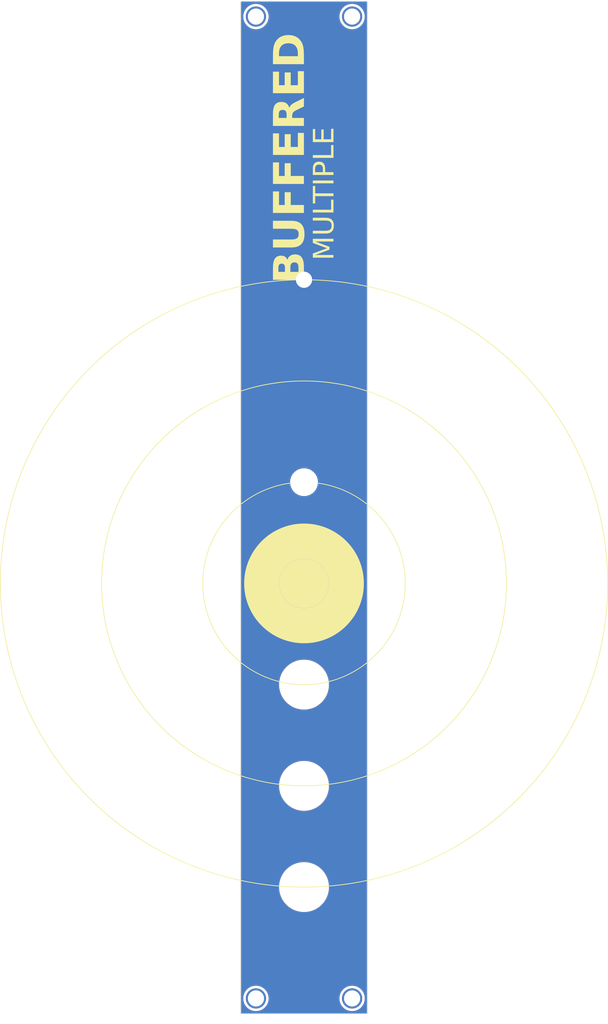
<source format=kicad_pcb>
(kicad_pcb (version 20241229) (generator "pcbnew") (generator_version "9.0")
  (layers (0 "F.Cu" signal) (2 "B.Cu" signal) (13 "F.Paste" user) (15 "B.Paste" user) (5 "F.SilkS" user "F.Silkscreen") (7 "B.SilkS" user "B.Silkscreen") (1 "F.Mask" user) (3 "B.Mask" user) (25 "Edge.Cuts" user))
  (net 0 "")
  (net 1 "GND")
  (footprint "Kosmo_panel:Kosmo_Panel_Mounting_Hole" (layer "F.Cu") (at 88.1 60.6)
    (property "Reference" "REF**" (hide yes))
    (property "Value" "Kosmo_Panel_Mounting_Hole")
    (pad "1" thru_hole circle (at 0 0) (size 4 4) (drill 3.2) (layers "*.Cu" "*.Mask"))
  )
  (footprint "Kosmo_panel:Kosmo_Jack_Hole" (layer "F.Cu") (at 78.6 192.6)
    (property "Reference" "H4" (hide yes))
    (property "Value" "Jack_Hole")
    (fp_circle (center 0 0) (end 4.9 0) (stroke (width 0.05)) (fill no) (layer "Edge.Cuts"))
    (pad "1" smd custom (at -6.1 0) (size 0.5 0.5) (layers "F.Cu" "F.Mask" "F.Paste") (net 1 "GND") (options (clearance outline) (anchor circle)) (primitives (gr_circle (center 6.1 0) (end 12.2 0) (width 1.9) (fill no))))
    (pad "1" smd custom (at -6.1 0) (size 0.5 0.5) (layers "B.Cu" "B.Mask" "B.Paste") (net 1 "GND") (options (clearance outline) (anchor circle)) (primitives (gr_circle (center 6.1 0) (end 12.2 0) (width 1.9) (fill no))))
  )
  (footprint "Kosmo_panel:Kosmo_Panel_Mounting_Hole" (layer "F.Cu") (at 69.1 60.6)
    (property "Reference" "REF**" (hide yes))
    (property "Value" "Kosmo_Panel_Mounting_Hole")
    (pad "1" thru_hole circle (at 0 0) (size 4 4) (drill 3.2) (layers "*.Cu" "*.Mask"))
  )
  (footprint "Kosmo_panel:Kosmo_Panel_Mounting_Hole" (layer "F.Cu") (at 69.1 254.6)
    (property "Reference" "REF**" (hide yes))
    (property "Value" "Kosmo_Panel_Mounting_Hole")
    (pad "1" thru_hole circle (at 0 0) (size 4 4) (drill 3.2) (layers "*.Cu" "*.Mask"))
  )
  (footprint "Kosmo_panel:Kosmo_Jack_Hole" (layer "F.Cu") (at 78.6 172.6)
    (property "Reference" "H4" (hide yes))
    (property "Value" "Jack_Hole")
    (fp_circle (center 0 0) (end 4.9 0) (stroke (width 0.05)) (fill no) (layer "Edge.Cuts"))
    (pad "1" smd custom (at -6.1 0) (size 0.5 0.5) (layers "F.Cu" "F.Mask" "F.Paste") (options (clearance outline) (anchor circle)) (primitives (gr_circle (center 6.1 0) (end 12.2 0) (width 1.9) (fill no))))
    (pad "1" smd custom (at -6.1 0) (size 0.5 0.5) (layers "B.Cu" "B.Mask" "B.Paste") (options (clearance outline) (anchor circle)) (primitives (gr_circle (center 6.1 0) (end 12.2 0) (width 1.9) (fill no))))
  )
  (footprint "Kosmo_panel:Kosmo_Panel_Mounting_Hole" (layer "F.Cu") (at 88.1 254.6)
    (property "Reference" "REF**" (hide yes))
    (property "Value" "Kosmo_Panel_Mounting_Hole")
    (pad "1" thru_hole circle (at 0 0) (size 4 4) (drill 3.2) (layers "*.Cu" "*.Mask"))
  )
  (footprint "Kosmo_panel:Kosmo_Jack_Hole" (layer "F.Cu") (at 78.6 212.6)
    (property "Reference" "H4" (hide yes))
    (property "Value" "Jack_Hole")
    (fp_circle (center 0 0) (end 4.9 0) (stroke (width 0.05)) (fill no) (layer "Edge.Cuts"))
    (pad "1" smd custom (at -6.1 0) (size 0.5 0.5) (layers "F.Cu" "F.Mask" "F.Paste") (net 1 "GND") (options (clearance outline) (anchor circle)) (primitives (gr_circle (center 6.1 0) (end 12.2 0) (width 1.9) (fill no))))
    (pad "1" smd custom (at -6.1 0) (size 0.5 0.5) (layers "B.Cu" "B.Mask" "B.Paste") (net 1 "GND") (options (clearance outline) (anchor circle)) (primitives (gr_circle (center 6.1 0) (end 12.2 0) (width 1.9) (fill no))))
  )
  (footprint "Kosmo_panel:Kosmo_LED_Hole" (layer "F.Cu") (at 78.6 152.6)
    (property "Reference" "H9" (hide yes))
    (property "Value" "Led_Hole")
    (pad "" np_thru_hole circle (at 0 0) (size 5 5) (drill 5) (layers "*.Cu" "*.Mask"))
  )
  (footprint "Kosmo_panel:Kosmo_Panel_Mounting_Hole" (layer "F.Cu") (at 78.6 112.6)
    (property "Reference" "REF**" (hide yes))
    (property "Value" "Kosmo_Panel_Mounting_Hole")
    (pad "1" thru_hole circle (at 0 0) (size 4 4) (drill 3.2) (layers "*.Cu" "*.Mask"))
  )
  (footprint "Kosmo_panel:Kosmo_Jack_Hole" (layer "F.Cu") (at 78.6 232.6)
    (property "Reference" "H4" (hide yes))
    (property "Value" "Jack_Hole")
    (fp_circle (center 0 0) (end 4.9 0) (stroke (width 0.05)) (fill no) (layer "Edge.Cuts"))
    (pad "1" smd custom (at -6.1 0) (size 0.5 0.5) (layers "F.Cu" "F.Mask" "F.Paste") (net 1 "GND") (options (clearance outline) (anchor circle)) (primitives (gr_circle (center 6.1 0) (end 12.2 0) (width 1.9) (fill no))))
    (pad "1" smd custom (at -6.1 0) (size 0.5 0.5) (layers "B.Cu" "B.Mask" "B.Paste") (net 1 "GND") (options (clearance outline) (anchor circle)) (primitives (gr_circle (center 6.1 0) (end 12.2 0) (width 1.9) (fill no))))
  )
  (gr_circle (center 78.6 172.6) (end 78.6 232.6) (stroke (width 0.15)) (fill no) (layer "F.SilkS"))
  (gr_circle (center 78.6 172.6) (end 78.6 212.6) (stroke (width 0.15)) (fill no) (layer "F.SilkS"))
  (gr_circle (center 78.6 172.6) (end 78.6 152.6) (stroke (width 0.15)) (fill no) (layer "F.SilkS"))
  (gr_circle (center 78.6 172.6) (end 90.352659 172.6) (stroke (width 0.15)) (fill yes) (layer "F.SilkS"))
  (gr_line (start 66.1 257.6) (end 91.1 257.6) (stroke (width 0.1)) (layer "Edge.Cuts"))
  (gr_line (start 91.1 57.6) (end 66.1 57.6) (stroke (width 0.1)) (layer "Edge.Cuts"))
  (gr_line (start 91.1 257.6) (end 91.1 57.6) (stroke (width 0.1)) (layer "Edge.Cuts"))
  (gr_line (start 66.1 57.6) (end 66.1 257.6) (stroke (width 0.1)) (layer "Edge.Cuts"))
  (gr_text "BUFFERED" (at 79.6 88.6 90) (layer "F.SilkS") (effects (font (size 6 6) (thickness 1.5) (bold yes)) (justify bottom)))
  (gr_text "MULTIPLE" (at 85.1 95.6 90) (layer "F.SilkS") (effects (font (size 4 4)) (justify bottom)))
  (zone (net 1) (net_name "GND") (layers "F.Cu" "B.Cu") (connect_pads (clearance 0.508)) (min_thickness 0.254) (fill yes (thermal_gap 0.508) (thermal_bridge_width 0.508))
    (polygon (pts (xy 91.1 257.6) (xy 66.1 257.6) (xy 66.1 57.6) (xy 91.1 57.6)))
  )
)
</source>
